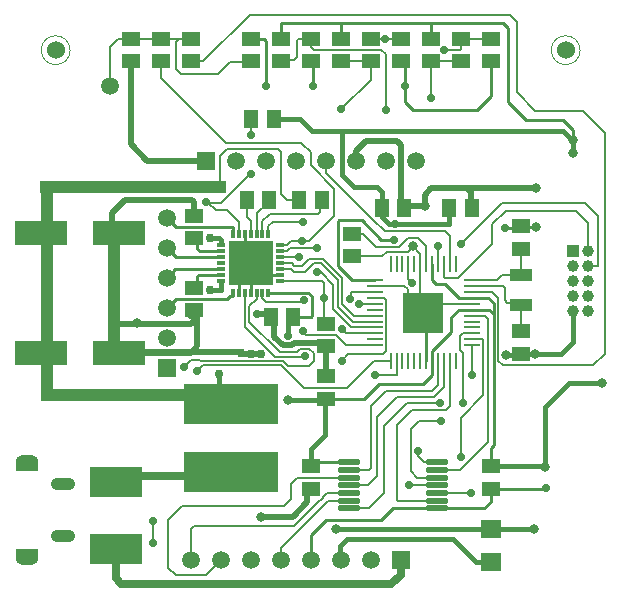
<source format=gbl>
G04*
G04 #@! TF.GenerationSoftware,Altium Limited,Altium Designer,19.1.8 (144)*
G04*
G04 Layer_Physical_Order=2*
G04 Layer_Color=16711680*
%FSLAX25Y25*%
%MOIN*%
G70*
G01*
G75*
%ADD11C,0.01000*%
%ADD18R,0.05118X0.05906*%
%ADD19R,0.05906X0.05118*%
%ADD37C,0.00800*%
%ADD38C,0.02000*%
%ADD40C,0.02500*%
%ADD41C,0.01500*%
%ADD46C,0.00050*%
%ADD47O,0.07480X0.03740*%
%ADD48O,0.08268X0.04134*%
%ADD49C,0.05906*%
%ADD50R,0.05906X0.05906*%
%ADD51R,0.05906X0.05906*%
%ADD52C,0.03875*%
%ADD53R,0.03875X0.03875*%
%ADD54C,0.06000*%
%ADD55C,0.03280*%
%ADD56C,0.03000*%
%ADD57C,0.02756*%
%ADD58C,0.03200*%
%ADD59R,0.07087X0.06299*%
%ADD60R,0.17717X0.09843*%
%ADD61R,0.31496X0.13780*%
%ADD62R,0.05800X0.01100*%
%ADD63R,0.01100X0.05800*%
%ADD64R,0.13800X0.13800*%
G04:AMPARAMS|DCode=65|XSize=17.72mil|YSize=72.84mil|CornerRadius=1.95mil|HoleSize=0mil|Usage=FLASHONLY|Rotation=90.000|XOffset=0mil|YOffset=0mil|HoleType=Round|Shape=RoundedRectangle|*
%AMROUNDEDRECTD65*
21,1,0.01772,0.06894,0,0,90.0*
21,1,0.01382,0.07284,0,0,90.0*
1,1,0.00390,0.03447,0.00691*
1,1,0.00390,0.03447,-0.00691*
1,1,0.00390,-0.03447,-0.00691*
1,1,0.00390,-0.03447,0.00691*
%
%ADD65ROUNDEDRECTD65*%
%ADD66R,0.07480X0.04331*%
%ADD67R,0.17717X0.07874*%
%ADD68R,0.01181X0.03150*%
%ADD69R,0.03150X0.01181*%
%ADD70R,0.14961X0.14961*%
%ADD71R,0.62000X0.04000*%
%ADD72R,0.57500X0.04000*%
%ADD73R,0.04000X0.45000*%
%ADD74R,0.04000X0.67500*%
G36*
X1723Y15345D02*
Y18771D01*
X9209D01*
Y15345D01*
X1723D01*
D02*
G37*
G36*
X1727Y44774D02*
Y48226D01*
X9209D01*
Y44774D01*
X1727D01*
D02*
G37*
D11*
X131500Y167725D02*
Y179125D01*
X160000Y38785D02*
X178600D01*
X127323Y32348D02*
X157900D01*
X78032Y115994D02*
Y123868D01*
X84000Y109525D02*
X84563Y110088D01*
X76063D02*
X80000Y114025D01*
X76063Y104182D02*
Y110088D01*
X109200Y128104D02*
X109421Y128325D01*
X117100D01*
X109200Y113025D02*
Y128104D01*
X187551Y155090D02*
Y158574D01*
X90000Y194025D02*
X110000D01*
X90000Y188765D02*
Y194025D01*
X85906Y104200D02*
X99200D01*
X113873Y108352D02*
X121300D01*
X109200Y113025D02*
X113873Y108352D01*
X141625Y107200D02*
X144825D01*
X140453Y108372D02*
X141625Y107200D01*
X140453Y108372D02*
Y113725D01*
X149579Y102446D02*
X153700D01*
X144825Y107200D02*
X149579Y102446D01*
X117100Y128325D02*
X123600Y121825D01*
X127900D01*
X100000Y15025D02*
Y23525D01*
X105000Y28525D02*
X123500D01*
X100000Y23525D02*
X105000Y28525D01*
X123500D02*
X127323Y32348D01*
X110386Y47702D02*
X112835D01*
X101437D02*
X110386D01*
X100000Y46265D02*
X101437Y47702D01*
X110000Y48088D02*
X110386Y47702D01*
X170240Y126025D02*
X175000D01*
X100800Y173125D02*
Y180485D01*
X165700Y167925D02*
Y192325D01*
X171700Y161925D02*
X184200D01*
X165700Y167925D02*
X171700Y161925D01*
X184200D02*
X187551Y158574D01*
X187461Y155000D02*
X187551Y155090D01*
X178600Y38785D02*
Y39025D01*
X164900Y125625D02*
X169360D01*
X160000Y52300D02*
X161000Y53300D01*
Y97025D02*
Y100625D01*
X159179Y102446D02*
X161000Y100625D01*
X153700Y98509D02*
X159516D01*
X161000Y97025D01*
Y53300D02*
Y97025D01*
X164000Y194025D02*
X165700Y192325D01*
X110000Y194025D02*
X164000D01*
X131500Y167725D02*
X134025Y165200D01*
X98400Y180078D02*
X99606Y181285D01*
X100000D02*
X100700Y180585D01*
X99606Y181285D02*
X100000D01*
X129200Y180485D02*
X130000Y181285D01*
X153700Y102446D02*
X159179D01*
X137378Y73725D02*
X140453Y76800D01*
X122725Y73725D02*
X137378D01*
X117785Y68785D02*
X122725Y73725D01*
X110000Y188765D02*
Y194025D01*
X84300Y188765D02*
X85000Y188065D01*
Y173100D02*
Y188065D01*
X108050Y68785D02*
X117785D01*
X140453Y81325D02*
Y84800D01*
X142053Y86400D01*
X146900Y91000D01*
Y96000D01*
X149409Y98509D01*
X153700D01*
X140000Y188765D02*
Y193925D01*
X94100Y96225D02*
X100150D01*
X100300Y96375D01*
Y103100D01*
X99200Y104200D02*
X100300Y103100D01*
X140453Y76800D02*
Y81325D01*
X160000Y46265D02*
Y52300D01*
X157900Y32348D02*
X160000Y34448D01*
Y38785D01*
Y169600D02*
Y181285D01*
X155600Y165200D02*
X160000Y169600D01*
X134025Y165200D02*
X155600D01*
X80000Y188765D02*
X84300D01*
X72018Y102106D02*
X73020Y103108D01*
X74004D01*
X74094Y103198D01*
Y104182D01*
X52008Y129159D02*
X52273Y129424D01*
X52008Y99159D02*
X54955Y102106D01*
X72018D01*
X138484Y81325D02*
Y96541D01*
X80000Y104182D02*
Y114025D01*
X55173Y115994D02*
X70157D01*
X52008Y119159D02*
X55173Y115994D01*
X55142Y126025D02*
X74094D01*
Y123868D02*
Y126025D01*
X78032Y115994D02*
X80000Y114025D01*
X84563Y110088D02*
X89843D01*
X62000Y109502D02*
X62586Y110088D01*
X62000Y105765D02*
Y109502D01*
X62586Y110088D02*
X70157D01*
X62213Y118812D02*
X63063Y117962D01*
X62213Y118812D02*
Y122071D01*
X62000Y122285D02*
X62213Y122071D01*
X63063Y117962D02*
X70157D01*
X52008Y129159D02*
X55142Y126025D01*
X54906Y112057D02*
X70157D01*
X52008Y109159D02*
X54906Y112057D01*
D18*
X86620Y96225D02*
D03*
X94100D02*
D03*
X80260Y162025D02*
D03*
X87740D02*
D03*
X86240Y135025D02*
D03*
X78760D02*
D03*
X96260D02*
D03*
X103740D02*
D03*
X131240Y132525D02*
D03*
X123760D02*
D03*
X153740D02*
D03*
X146260D02*
D03*
D19*
X120000Y188765D02*
D03*
Y181285D02*
D03*
X40000D02*
D03*
Y188765D02*
D03*
X160000D02*
D03*
Y181285D02*
D03*
X105000Y86285D02*
D03*
Y93765D02*
D03*
Y76265D02*
D03*
Y68785D02*
D03*
X113800Y116285D02*
D03*
Y123765D02*
D03*
X170000Y126265D02*
D03*
Y118785D02*
D03*
Y83785D02*
D03*
Y91265D02*
D03*
X160000Y46265D02*
D03*
Y38785D02*
D03*
X100000D02*
D03*
Y46265D02*
D03*
X61000Y98285D02*
D03*
Y105765D02*
D03*
Y129765D02*
D03*
Y122285D02*
D03*
X100000Y188765D02*
D03*
Y181285D02*
D03*
X150000Y188765D02*
D03*
Y181285D02*
D03*
X130000Y188765D02*
D03*
Y181285D02*
D03*
X110000D02*
D03*
Y188765D02*
D03*
X140000Y181285D02*
D03*
Y188765D02*
D03*
X90000Y181285D02*
D03*
Y188765D02*
D03*
X80000D02*
D03*
Y181285D02*
D03*
X50000Y188765D02*
D03*
Y181285D02*
D03*
X60000D02*
D03*
Y188765D02*
D03*
D37*
X94495Y26500D02*
X103221Y35226D01*
X61200Y26500D02*
X94495D01*
X60000Y25300D02*
X61200Y26500D01*
X121000Y81300D02*
X126673D01*
X62000Y78025D02*
X64000Y80025D01*
X52500Y28525D02*
X56975Y33000D01*
X91000D01*
X93500Y35500D01*
Y40500D01*
X95584Y42584D01*
X108300D01*
X140453Y100478D02*
X153700D01*
X108300Y42584D02*
X112835D01*
X108300D02*
X108384Y42500D01*
X47500Y20592D02*
Y28000D01*
X103400Y114025D02*
X109000Y108425D01*
X101000Y114025D02*
X103400D01*
X98000Y111025D02*
X101000Y114025D01*
X99500Y115525D02*
X104100D01*
X97122Y113147D02*
X99500Y115525D01*
X104100D02*
X110500Y109125D01*
X94500Y111025D02*
X98000D01*
X93468Y112057D02*
X94500Y111025D01*
X89842Y112057D02*
X93468D01*
X93637Y114025D02*
X94515Y113147D01*
X89843Y114025D02*
X93637D01*
X94515Y113147D02*
X97122D01*
X89843Y115994D02*
X89874Y116025D01*
X96000D01*
X92020Y120025D02*
X93520Y121525D01*
X93000Y119025D02*
X102000D01*
X92021Y118046D02*
X93000Y119025D01*
X91000Y120025D02*
X92020D01*
X89926Y118046D02*
X92021D01*
X89842Y117962D02*
X89926Y118046D01*
X107800Y129825D02*
Y138825D01*
X99500Y121525D02*
X107800Y129825D01*
X97000Y121525D02*
X99500D01*
X93520D02*
X97000D01*
X111890Y90635D02*
X121300D01*
X110500Y92025D02*
X111890Y90635D01*
X113200Y102225D02*
Y102725D01*
X110500Y100525D02*
X114484Y96541D01*
X110500Y100525D02*
Y109125D01*
X114484Y96541D02*
X121300D01*
X113953Y94572D02*
X121300D01*
X109000Y99525D02*
X113953Y94572D01*
X109000Y99525D02*
Y108425D01*
X103425Y111000D02*
X107500Y106925D01*
Y98625D02*
Y106925D01*
Y98625D02*
X113521Y92604D01*
X104500Y102525D02*
Y107525D01*
Y95525D02*
Y102525D01*
X103906Y108119D02*
X104500Y107525D01*
X123600Y185000D02*
X125000Y183600D01*
Y165025D02*
Y183600D01*
X57700Y79543D02*
X60082Y81925D01*
X90855Y81425D02*
X92455Y79825D01*
X63353Y81425D02*
X90855D01*
X62853Y81925D02*
X63353Y81425D01*
X90275Y80025D02*
X97900Y72400D01*
X64000Y80025D02*
X90275D01*
X65406Y134525D02*
X65931Y134000D01*
X65000Y134525D02*
X65406D01*
X52500Y12525D02*
Y28525D01*
X192461Y118194D02*
Y127564D01*
X188500Y131525D02*
X192461Y127564D01*
X165000Y131525D02*
X188500D01*
X142421Y118567D02*
X143000Y119146D01*
X163650Y134025D02*
X191475D01*
X150175Y120550D02*
X163650Y134025D01*
X160500Y127025D02*
X165000Y131525D01*
X160500Y120300D02*
Y127025D01*
X149225Y109025D02*
X160500Y120300D01*
X144858Y109025D02*
X149225D01*
X35740Y188765D02*
X40000D01*
X33000Y186025D02*
X35740Y188765D01*
X33000Y173025D02*
Y186025D01*
X73000Y181025D02*
X77025D01*
X69000Y177025D02*
X73000Y181025D01*
X56675Y177025D02*
X69000D01*
X55100Y178600D02*
X56675Y177025D01*
X79675Y196700D02*
X166525D01*
X64260Y181285D02*
X79675Y196700D01*
X60000Y181285D02*
X64260D01*
X50000Y175794D02*
X71669Y154125D01*
X105648Y34672D02*
X112600D01*
X90086Y19111D02*
X105648Y34672D01*
X90086Y15111D02*
Y19111D01*
X103953Y35811D02*
Y35958D01*
X103367Y35226D02*
X103953Y35811D01*
X103221Y35226D02*
X103367D01*
X105461Y37466D02*
X112835D01*
X103953Y35958D02*
X105461Y37466D01*
X141965Y40025D02*
X142065Y40125D01*
X120000Y188765D02*
X125635D01*
X142165Y37466D02*
X153500Y37500D01*
X112100Y72400D02*
X121000Y81300D01*
X110400Y81525D02*
X112600Y83725D01*
X57700Y79543D02*
Y80562D01*
X60082Y81925D02*
X62853D01*
X116200Y100325D02*
X116353Y100478D01*
X121300D01*
X113400Y102925D02*
Y104415D01*
X113200Y102725D02*
X113400Y102925D01*
Y104415D02*
X121300D01*
X102017Y111000D02*
X103425D01*
X108325Y90000D02*
X111627Y86698D01*
X98600Y90000D02*
X108325D01*
X97400Y91200D02*
X98600Y90000D01*
X111627Y86698D02*
X121300D01*
X113521Y92604D02*
X121300D01*
X100000Y146625D02*
X107800Y138825D01*
X125500Y117925D02*
X132400D01*
X134100Y119625D01*
X123860Y116285D02*
X125500Y117925D01*
X113800Y116285D02*
X123860D01*
X129600Y119425D02*
X132500Y122325D01*
X121800Y119425D02*
X129600D01*
X117460Y123765D02*
X121800Y119425D01*
X90000Y15025D02*
X90086Y15111D01*
X112600Y83725D02*
X124200D01*
X125200Y84725D02*
Y101600D01*
X124200Y83725D02*
X125200Y84725D01*
X92455Y79825D02*
X99400D01*
X101000Y81425D01*
Y84000D01*
X141000Y71994D02*
X142421Y73415D01*
Y81325D01*
X141000Y71994D02*
Y71994D01*
X128900Y69500D02*
X141275D01*
X144390Y72615D02*
Y81325D01*
X141275Y69500D02*
X144390Y72615D01*
X125000Y71525D02*
X140531D01*
X141000Y71994D01*
X132500Y122325D02*
X135900D01*
X102017Y111000D02*
Y111142D01*
X102100Y111225D01*
X73745Y137755D02*
X78781Y142792D01*
X78807D01*
X79640Y143625D01*
X80100D01*
X98000Y82900D02*
X98050Y82950D01*
X86300Y130325D02*
X102300D01*
X103133Y131158D01*
X86000Y130025D02*
X86300Y130325D01*
X124800Y124625D02*
X144900D01*
X146358Y123167D01*
X120853Y128572D02*
X124800Y124625D01*
X113800Y123765D02*
X117460D01*
X100000Y146625D02*
Y151025D01*
X105000Y148017D02*
X105215Y147802D01*
Y144144D02*
Y147802D01*
Y144144D02*
X120786Y128572D01*
X96900Y154125D02*
X100000Y151025D01*
X71669Y154125D02*
X96900D01*
X80200Y156725D02*
Y161965D01*
X80260Y162025D01*
X190700Y164825D02*
X198000Y157525D01*
X194100Y80000D02*
X198000Y83900D01*
Y157525D01*
X191475Y134025D02*
X195900Y129600D01*
X142500Y119646D02*
X143000Y119146D01*
X142421Y113725D02*
Y118567D01*
X146358Y113725D02*
Y123167D01*
X144390Y109494D02*
Y113725D01*
Y109494D02*
X144858Y109025D01*
X83937Y102263D02*
X85175Y101025D01*
X96646D02*
X97321Y101700D01*
X97700D01*
X85175Y101025D02*
X96646D01*
X112835Y40025D02*
X119000D01*
X122000Y43025D02*
Y62600D01*
X119000Y40025D02*
X122000Y43025D01*
Y62600D02*
X128900Y69500D01*
X128800Y35194D02*
Y60000D01*
X133800Y65000D01*
X119500Y32348D02*
X124500Y37348D01*
Y59800D01*
X132100Y67400D01*
X136000Y61525D02*
X143500D01*
X133400Y44684D02*
Y58925D01*
X136000Y61525D01*
X120000Y66525D02*
X125000Y71525D01*
X120000Y45612D02*
Y66525D01*
X112835Y45143D02*
X119531D01*
X120000Y45612D01*
X60000Y15025D02*
Y25300D01*
X65931Y134000D02*
X68301Y131630D01*
X75100Y128725D02*
X75100D01*
X68301Y131630D02*
X72195D01*
X75100Y128725D01*
X170000Y126265D02*
X170240Y126025D01*
X165500Y100825D02*
X168000D01*
X164700Y101625D02*
X165500Y100825D01*
X164700Y101625D02*
Y105825D01*
X161742Y106383D02*
X164142D01*
X164700Y105825D01*
X50000Y175794D02*
Y181285D01*
X144600Y185025D02*
X149625D01*
X150000Y185400D01*
X140000Y169000D02*
Y181285D01*
X168750Y170975D02*
X174900Y164825D01*
X190700D01*
X168750Y170975D02*
Y194475D01*
X94500Y181625D02*
X95500Y182625D01*
Y188297D02*
X95969Y188765D01*
X100000D01*
X95500Y182625D02*
Y188297D01*
X90000Y181285D02*
X90340Y181625D01*
X94500D01*
X97926Y186691D02*
X100000Y188765D01*
X124800Y188725D02*
X125595D01*
X125635Y188765D01*
X133800Y65000D02*
X145075D01*
X146358Y66283D02*
Y81325D01*
X145075Y65000D02*
X146358Y66283D01*
X128800Y35194D02*
X129269Y34725D01*
X141984D01*
X132900Y40025D02*
X141965D01*
X142065Y40125D02*
X142165Y40025D01*
X141984Y34725D02*
X142165Y34907D01*
X112600Y34672D02*
X112835Y34907D01*
X78032Y92893D02*
X88025Y82900D01*
X98000D01*
X78032Y92893D02*
Y104182D01*
X89625Y84400D02*
X95570D01*
X79600Y94425D02*
Y99800D01*
Y94425D02*
X89625Y84400D01*
X73745Y137755D02*
Y137755D01*
X65931Y134000D02*
X69989D01*
X73745Y137755D01*
X120786Y128572D02*
X120853D01*
X170300Y117285D02*
Y118785D01*
X170000Y117285D02*
X170300D01*
X103133Y134418D02*
X103740D01*
X83787Y132572D02*
X86240D01*
X65000Y10025D02*
X70000Y15025D01*
X55000Y10025D02*
X65000D01*
X52500Y12525D02*
X55000Y10025D01*
X169360Y125625D02*
X170000Y126265D01*
X164025Y80000D02*
X194100D01*
X162500Y81525D02*
X164025Y80000D01*
X162500Y81525D02*
Y102425D01*
X160510Y104415D02*
X162500Y102425D01*
X153700Y104415D02*
X160510D01*
X159100Y54343D02*
Y95525D01*
X158084Y96541D02*
X159100Y95525D01*
X153700Y96541D02*
X158084D01*
X120000Y175125D02*
Y181285D01*
X110200Y165325D02*
X120000Y175125D01*
X166525Y196700D02*
X168750Y194475D01*
X55100Y187819D02*
X56047Y188765D01*
X55100Y178600D02*
Y187819D01*
X76063Y123868D02*
Y127762D01*
X75100Y128725D02*
X76063Y127762D01*
X138484Y113725D02*
Y119741D01*
X135900Y122325D02*
X138484Y119741D01*
X134100Y119625D02*
X136484Y117241D01*
Y113756D02*
Y117241D01*
Y113756D02*
X136516Y113725D01*
X128642Y76700D02*
Y81325D01*
X121600Y76700D02*
X128642D01*
X150000Y188765D02*
X160000D01*
X125635D02*
X130000D01*
X85906Y123868D02*
Y126442D01*
X87363Y127900D01*
X97400D01*
X170000Y118785D02*
X170300D01*
X103740Y134418D02*
Y135025D01*
X86240Y132572D02*
Y135025D01*
X99600Y85400D02*
X101000Y84000D01*
X96570Y85400D02*
X99600D01*
X95570Y84400D02*
X96570Y85400D01*
X79600Y99800D02*
X81969Y102169D01*
Y104182D01*
X56047Y188765D02*
X60000D01*
X50000D02*
X56047D01*
X40000D02*
X50000D01*
X101100Y185000D02*
X123600D01*
X100000Y186100D02*
X101100Y185000D01*
X100000Y186100D02*
Y188765D01*
X150000Y185400D02*
Y188765D01*
X135800Y49600D02*
Y51300D01*
Y49600D02*
X137698Y47702D01*
X142165D01*
X133400Y44684D02*
X135500Y42584D01*
X142165D01*
X192461Y113194D02*
X195900D01*
Y129600D01*
X140000Y181285D02*
X150000D01*
X110000D02*
X120000D01*
X132579Y108821D02*
X133900Y107500D01*
X132579Y108821D02*
Y113725D01*
X124354Y102446D02*
X125200Y101600D01*
X121300Y102446D02*
X124354D01*
X97900Y72400D02*
X112100D01*
X126673Y81300D02*
Y81325D01*
X142165Y45143D02*
X149900D01*
X159100Y54343D01*
X112835Y32348D02*
X119500D01*
X132100Y67400D02*
X143200D01*
X150800D02*
Y84200D01*
X149800Y85200D02*
X150800Y84200D01*
X149800Y85200D02*
Y89735D01*
X150700Y90635D01*
X153700D01*
X150100Y49500D02*
Y62500D01*
X157600Y70000D01*
Y88667D01*
X153700D02*
X157600D01*
X83937Y102263D02*
Y104182D01*
X153700Y76600D02*
Y86698D01*
X97400Y91200D02*
Y91300D01*
X69700Y139125D02*
Y149725D01*
X72000Y152025D01*
X89000D01*
X90000Y151025D01*
Y137025D02*
Y151025D01*
Y137025D02*
X92000Y135025D01*
X96260D01*
X69700Y139125D02*
X69847Y138978D01*
X136516Y98509D02*
Y113725D01*
X131242Y106383D02*
X132286Y105339D01*
Y102739D02*
Y105339D01*
X121300Y106383D02*
X131242D01*
X170000Y91265D02*
Y100104D01*
X153700Y106383D02*
X161742D01*
X163721Y109946D02*
X170000D01*
X162127Y108352D02*
X163721Y109946D01*
X153700Y108352D02*
X162127D01*
X170000Y109946D02*
Y117285D01*
X81969Y130753D02*
X83787Y132572D01*
X81969Y123868D02*
Y130753D01*
X89843Y108119D02*
X103906D01*
X83937Y123868D02*
Y127962D01*
X86000Y130025D01*
X103133Y131158D02*
Y134418D01*
X80000Y123868D02*
Y128025D01*
X78760Y129265D02*
X80000Y128025D01*
X78760Y129265D02*
Y135025D01*
D38*
X137500Y100478D02*
X140453D01*
X136516Y98509D02*
X137500D01*
Y96541D02*
X138484D01*
X132286Y97525D02*
Y102739D01*
X87900Y89500D02*
Y96225D01*
X94570Y87400D02*
X105000D01*
X33811Y124025D02*
Y130836D01*
X60322Y84525D02*
X62260Y86463D01*
X59822Y84025D02*
X60322Y84525D01*
X35500Y93800D02*
X60100D01*
X60322Y84525D02*
X76674D01*
X33811D02*
X60322D01*
X94000Y29500D02*
X98897Y34397D01*
X83500Y29500D02*
X94000D01*
X98897Y34397D02*
Y37682D01*
X100000Y38785D01*
X59777Y84000D02*
X59802Y84025D01*
X60414Y135025D02*
X61000Y134439D01*
Y130765D02*
Y134439D01*
X72611Y69770D02*
X73600Y68780D01*
X70678Y71703D02*
X72611Y69770D01*
X73421Y70580D01*
X69500Y66659D02*
X72611Y69770D01*
X73421Y70580D02*
X73600D01*
X55000Y70025D02*
X67366D01*
X69500Y72159D01*
X70000Y72659D01*
X80170Y83925D02*
X83400D01*
X76940D02*
X80170D01*
X128751Y154625D02*
X130000Y153376D01*
X118355Y154625D02*
X128751D01*
X115000Y151270D02*
X118355Y154625D01*
X70000Y72659D02*
X70678Y71703D01*
X59802Y84025D02*
X59822D01*
X44475Y84000D02*
X59777D01*
X76840Y84025D02*
X76940Y83925D01*
X76674Y84525D02*
X76840Y84025D01*
X152200Y139025D02*
X175100D01*
X100700Y180585D02*
X100800Y180485D01*
X140100Y139025D02*
X152200D01*
X138000Y136925D02*
X140100Y139025D01*
X138000Y133025D02*
Y136925D01*
X153600Y133425D02*
Y137625D01*
X152200Y139025D02*
X153600Y137625D01*
X133000Y133025D02*
X138000D01*
X130000D02*
Y153376D01*
X137500Y98509D02*
Y100478D01*
Y97525D02*
Y98509D01*
X62260Y95960D02*
Y98025D01*
Y86463D02*
Y95960D01*
X132286Y97525D02*
X137500D01*
Y96541D02*
Y97525D01*
X40000Y153600D02*
Y181285D01*
Y153600D02*
X45583Y148017D01*
X65000D01*
X105000Y76265D02*
Y86285D01*
X115000Y148017D02*
Y151270D01*
X105000Y86285D02*
Y87400D01*
X93770Y86600D02*
X94570Y87400D01*
X90800Y86600D02*
X93770D01*
X87900Y89500D02*
X90800Y86600D01*
X86620Y96225D02*
X87900D01*
X82000Y97025D02*
X85820D01*
X86620Y96225D01*
X35000Y94300D02*
X35500Y93800D01*
X60100D02*
X62260Y95960D01*
X38000Y135025D02*
X60414D01*
X33811Y130836D02*
X38000Y135025D01*
D40*
X35000Y43000D02*
X59000D01*
Y46500D01*
X35000Y39625D02*
Y41142D01*
X36900Y7125D02*
X126900Y7125D01*
X35000Y9025D02*
X36900Y7125D01*
X35000Y9025D02*
Y20425D01*
X130000Y10225D02*
Y15025D01*
X126900Y7125D02*
X130000Y10225D01*
D41*
X170000Y83785D02*
X183500D01*
X61000Y130765D02*
X63240Y128525D01*
X59797Y96476D02*
X61606Y98285D01*
X69500Y72159D02*
Y77025D01*
X160000Y46265D02*
X178000D01*
X160000Y25537D02*
X174500D01*
X92300Y90025D02*
Y96225D01*
X169640Y83425D02*
X170000Y83785D01*
X183500D02*
X187461Y87745D01*
X126055Y127225D02*
X128000D01*
X109800Y19725D02*
X112100Y22025D01*
X147475D02*
X154987Y14513D01*
X112100Y22025D02*
X147475D01*
X104700Y68485D02*
X104740Y68525D01*
X105000Y68785D01*
X93560Y68525D02*
X104740D01*
X108500Y25525D02*
X109000D01*
X109012Y25537D02*
X160000D01*
X109000Y25525D02*
X109012Y25537D01*
X70000Y120525D02*
Y121804D01*
X66500Y122525D02*
X69279D01*
X70000Y121804D01*
X66500Y122525D02*
X66787Y122238D01*
X66500Y105025D02*
X70079D01*
X100000Y47525D02*
Y52025D01*
X104700Y56725D01*
Y68485D01*
X178000Y46025D02*
Y46265D01*
X187575Y150700D02*
Y155115D01*
X187500Y150625D02*
X187575Y150700D01*
X114585Y139340D02*
X122020D01*
X110400Y143525D02*
Y158025D01*
Y143525D02*
X114585Y139340D01*
X96600Y162025D02*
X100600Y158025D01*
X110400D01*
X183975D01*
X87740Y162025D02*
X96600D01*
X109800Y15925D02*
Y19725D01*
X165200Y83425D02*
X169640D01*
X128000Y127225D02*
X146260D01*
X123760Y129520D02*
X126055Y127225D01*
X127650Y126875D02*
X128000Y127225D01*
X178000Y46265D02*
Y66025D01*
X186000Y74025D01*
X197000D01*
X183975Y158025D02*
X187000Y155000D01*
X187461D01*
X122020Y139340D02*
X123760Y137600D01*
Y132525D02*
Y137600D01*
X92300Y96225D02*
X94100D01*
X123760Y129520D02*
Y132525D01*
X146260Y127225D02*
Y132525D01*
X187461Y87745D02*
Y98194D01*
X154987Y14513D02*
X160000D01*
X70079Y105025D02*
Y107525D01*
X62000Y98285D02*
X62260Y98025D01*
X61606Y98285D02*
X62000D01*
D46*
X189800Y185025D02*
G03*
X189800Y185025I-4800J0D01*
G01*
D02*
G03*
X189800Y185025I-4800J0D01*
G01*
X19800D02*
G03*
X19800Y185025I-4800J0D01*
G01*
D02*
G03*
X19800Y185025I-4800J0D01*
G01*
D47*
X5469Y15345D02*
D03*
Y48219D02*
D03*
D48*
X17279Y23022D02*
D03*
Y40542D02*
D03*
D49*
X52008Y129159D02*
D03*
Y119159D02*
D03*
Y109159D02*
D03*
Y99159D02*
D03*
Y89159D02*
D03*
X60000Y15025D02*
D03*
X70000D02*
D03*
X80000D02*
D03*
X90000D02*
D03*
X100000D02*
D03*
X110000D02*
D03*
X120000D02*
D03*
X33000Y173025D02*
D03*
X75000Y148017D02*
D03*
X85000D02*
D03*
X95000D02*
D03*
X105000D02*
D03*
X115000D02*
D03*
X125000D02*
D03*
X135000D02*
D03*
D50*
X52008Y79159D02*
D03*
D51*
X130000Y15025D02*
D03*
X65000Y148017D02*
D03*
D52*
X187461Y113194D02*
D03*
X192461Y98194D02*
D03*
X187461D02*
D03*
X192461Y103194D02*
D03*
X187461D02*
D03*
X192461Y108194D02*
D03*
X187461D02*
D03*
X192461Y113194D02*
D03*
Y118194D02*
D03*
D53*
X187461D02*
D03*
D54*
X15000Y185025D02*
D03*
X185000D02*
D03*
D55*
X83500Y29500D02*
D03*
D56*
X69500Y77025D02*
D03*
X55000Y70025D02*
D03*
X66500Y122525D02*
D03*
Y105025D02*
D03*
X80170Y83925D02*
D03*
X83400D02*
D03*
X76840Y84025D02*
D03*
X69700Y139125D02*
D03*
X65500Y139025D02*
D03*
X77000Y109525D02*
D03*
X84000D02*
D03*
X77000Y118025D02*
D03*
X84000Y114025D02*
D03*
X77000D02*
D03*
D57*
X153500Y37500D02*
D03*
X47500Y28000D02*
D03*
X96000Y116025D02*
D03*
X97000Y121525D02*
D03*
X110500Y92025D02*
D03*
X113200Y102225D02*
D03*
X104500Y102525D02*
D03*
X125000Y165025D02*
D03*
X62000Y78025D02*
D03*
X65000Y134525D02*
D03*
X102000Y119025D02*
D03*
X47500Y20592D02*
D03*
X57700Y79543D02*
D03*
X116200Y100325D02*
D03*
X110400Y81525D02*
D03*
X102017Y111000D02*
D03*
X80100Y143625D02*
D03*
X98050Y82950D02*
D03*
X127900Y121825D02*
D03*
X80200Y156725D02*
D03*
X142500Y119646D02*
D03*
X150175Y120550D02*
D03*
X143500Y61525D02*
D03*
X144600Y185025D02*
D03*
X140000Y169000D02*
D03*
X100800Y173125D02*
D03*
X124800Y188725D02*
D03*
X132900Y40025D02*
D03*
X178600Y39025D02*
D03*
X164900Y125625D02*
D03*
X142600Y100425D02*
D03*
X85000Y173100D02*
D03*
X131575D02*
D03*
X110200Y165325D02*
D03*
X128000Y127225D02*
D03*
X97400Y127900D02*
D03*
X92300Y89600D02*
D03*
X135800Y51300D02*
D03*
X133900Y107500D02*
D03*
X143200Y67400D02*
D03*
X150800D02*
D03*
X150100Y49500D02*
D03*
X97700Y101700D02*
D03*
X153700Y76600D02*
D03*
X121600Y76700D02*
D03*
X97400Y91300D02*
D03*
X82000Y97025D02*
D03*
D58*
X42000Y94025D02*
D03*
X92500Y68525D02*
D03*
X108500Y25525D02*
D03*
X175000Y126025D02*
D03*
X138000Y133025D02*
D03*
X134100Y119625D02*
D03*
X175100Y139025D02*
D03*
X197000Y74025D02*
D03*
X178000Y46025D02*
D03*
X174500Y25425D02*
D03*
X187575Y155115D02*
D03*
X187500Y150625D02*
D03*
X174900Y83625D02*
D03*
X165200Y83425D02*
D03*
D59*
X160000Y25537D02*
D03*
Y14513D02*
D03*
D60*
X35000Y41142D02*
D03*
Y18898D02*
D03*
D61*
X73600Y66929D02*
D03*
Y44488D02*
D03*
D62*
X153700Y108352D02*
D03*
Y106383D02*
D03*
Y104415D02*
D03*
Y102446D02*
D03*
Y100478D02*
D03*
Y98509D02*
D03*
Y96541D02*
D03*
Y94572D02*
D03*
Y92604D02*
D03*
Y90635D02*
D03*
Y88667D02*
D03*
Y86698D02*
D03*
X121300D02*
D03*
Y88667D02*
D03*
Y90635D02*
D03*
Y92604D02*
D03*
Y94572D02*
D03*
Y96541D02*
D03*
Y98509D02*
D03*
Y100478D02*
D03*
Y102446D02*
D03*
Y104415D02*
D03*
Y106383D02*
D03*
Y108352D02*
D03*
D63*
X148327Y81325D02*
D03*
X146358D02*
D03*
X144390D02*
D03*
X142421D02*
D03*
X140453D02*
D03*
X138484D02*
D03*
X136516D02*
D03*
X134547D02*
D03*
X132579D02*
D03*
X130610D02*
D03*
X128642D02*
D03*
X126673D02*
D03*
Y113725D02*
D03*
X128642D02*
D03*
X130610D02*
D03*
X132579D02*
D03*
X134547D02*
D03*
X136516D02*
D03*
X138484D02*
D03*
X140453D02*
D03*
X142421D02*
D03*
X144390D02*
D03*
X146358D02*
D03*
X148327D02*
D03*
D64*
X137500Y97525D02*
D03*
D65*
X142165Y47702D02*
D03*
Y45143D02*
D03*
Y42584D02*
D03*
Y40025D02*
D03*
Y37466D02*
D03*
Y34907D02*
D03*
Y32348D02*
D03*
X112835Y47702D02*
D03*
Y45143D02*
D03*
Y42584D02*
D03*
Y40025D02*
D03*
Y37466D02*
D03*
Y34907D02*
D03*
Y32348D02*
D03*
D66*
X170000Y109946D02*
D03*
Y100104D02*
D03*
D67*
X10236Y84025D02*
D03*
X35976D02*
D03*
X10236Y124025D02*
D03*
X35976D02*
D03*
D68*
X74094Y123867D02*
D03*
X76063D02*
D03*
X78031D02*
D03*
X80000D02*
D03*
X81968D02*
D03*
X83937D02*
D03*
X85905D02*
D03*
Y104183D02*
D03*
X83937D02*
D03*
X81968D02*
D03*
X80000D02*
D03*
X78031D02*
D03*
X76063D02*
D03*
X74094D02*
D03*
D69*
X89842Y119931D02*
D03*
Y117962D02*
D03*
Y115993D02*
D03*
Y114025D02*
D03*
Y112057D02*
D03*
Y110088D02*
D03*
Y108119D02*
D03*
X70157D02*
D03*
Y110088D02*
D03*
Y112057D02*
D03*
Y114025D02*
D03*
Y115993D02*
D03*
Y117962D02*
D03*
Y119931D02*
D03*
D70*
X80000Y114025D02*
D03*
D71*
X40900Y139325D02*
D03*
D72*
X38850Y70025D02*
D03*
D73*
X34500Y105025D02*
D03*
D74*
X12000Y103775D02*
D03*
M02*

</source>
